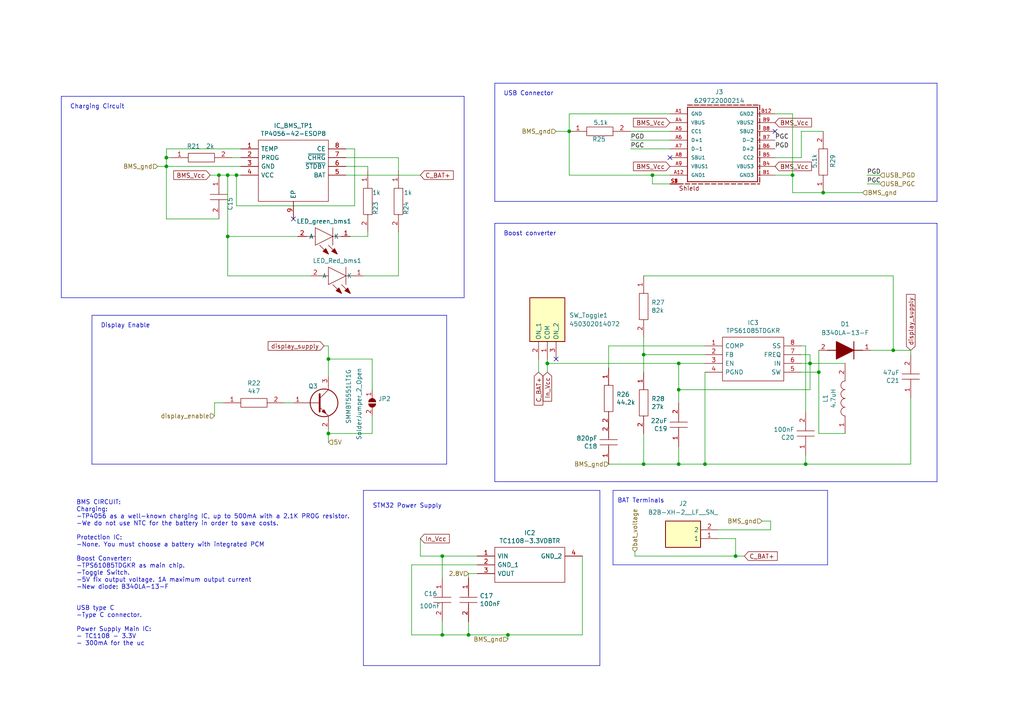
<source format=kicad_sch>
(kicad_sch (version 20231120) (generator "eeschema") (generator_version "8.0")
  (paper "A4")
  (title_block (title "BMS") (date "2024-09-17") (rev "V0.1") (company "Making Devices") (comment 1 "Rubén G.S."))
  (lib_symbols
    (symbol "Jumper:SolderJumper_2_Open" (pin_names (offset 0) hide)
      (property "Reference" "JP" (at 0 2.032 0))
      (property "Value" "SolderJumper_2_Open" (at 0 -2.54 0))
      (symbol "SolderJumper_2_Open_0_1"
        (arc (start -0.254 1.016) (mid -1.2656 0) (end -0.254 -1.016))
        (arc (start -0.254 1.016) (mid -1.2656 0) (end -0.254 -1.016) (fill (type outline)))
        (polyline (pts (xy -0.254 1.016) (xy -0.254 -1.016)))
        (polyline (pts (xy 0.254 1.016) (xy 0.254 -1.016)))
        (arc (start 0.254 -1.016) (mid 1.2656 0) (end 0.254 1.016))
        (arc (start 0.254 -1.016) (mid 1.2656 0) (end 0.254 1.016) (fill (type outline)))
      )
      (symbol "SolderJumper_2_Open_1_1"
        (pin passive line (at -3.81 0 0) (length 2.54) (name "A") (number "1"))
        (pin passive line (at 3.81 0 180) (length 2.54) (name "B") (number "2"))
      )
    )
    (symbol "Library_Loader:C0805C475M8RACTU" (pin_names (offset 0.762))
      (property "Reference" "C" (at 8.89 6.35 0))
      (property "Value" "C0805C475M8RACTU" (at 8.89 3.81 0))
      (symbol "C0805C475M8RACTU_0_0"
        (pin passive line (at 0 0 0) (length 5.08) (name "~") (number "1"))
        (pin passive line (at 12.7 0 180) (length 5.08) (name "~") (number "2"))
      )
      (symbol "C0805C475M8RACTU_0_1"
        (polyline (pts (xy 5.08 0) (xy 5.588 0)) (stroke (width 0.1524)))
        (polyline (pts (xy 5.588 2.54) (xy 5.588 -2.54)) (stroke (width 0.1524)))
        (polyline (pts (xy 7.112 0) (xy 7.62 0)) (stroke (width 0.1524)))
        (polyline (pts (xy 7.112 2.54) (xy 7.112 -2.54)) (stroke (width 0.1524)))
      )
    )
    (symbol "Library_Loader:ERJP6WF1303V" (pin_names (offset 0.762))
      (property "Reference" "R" (at 13.97 6.35 0))
      (property "Value" "ERJP6WF1303V" (at 13.97 3.81 0))
      (symbol "ERJP6WF1303V_0_0"
        (pin passive line (at 0 0 0) (length 5.08) (name "~") (number "1"))
        (pin passive line (at 17.78 0 180) (length 5.08) (name "~") (number "2"))
      )
      (symbol "ERJP6WF1303V_0_1"
        (polyline (pts (xy 5.08 1.27) (xy 12.7 1.27) (xy 12.7 -1.27) (xy 5.08 -1.27) (xy 5.08 1.27)) (stroke (width 0.1524)))
      )
    )
    (symbol "Library_Loader:SRN6045-4R7Y" (pin_names (offset 0.762))
      (property "Reference" "L" (at 16.51 6.35 0))
      (property "Value" "SRN6045-4R7Y" (at 16.51 3.81 0))
      (symbol "SRN6045-4R7Y_0_0"
        (pin passive line (at 0 0 0) (length 5.08) (name "~") (number "1"))
        (pin passive line (at 20.32 0 180) (length 5.08) (name "~") (number "2"))
      )
      (symbol "SRN6045-4R7Y_0_1"
        (arc (start 7.62 0) (mid 6.35 1.2202) (end 5.08 0) (stroke (width 0.1524)))
        (arc (start 10.16 0) (mid 8.89 1.2202) (end 7.62 0) (stroke (width 0.1524)))
        (arc (start 12.7 0) (mid 11.43 1.2202) (end 10.16 0) (stroke (width 0.1524)))
        (arc (start 15.24 0) (mid 13.97 1.2202) (end 12.7 0) (stroke (width 0.1524)))
      )
    )
    (symbol "Library_Loader:TC1108-3.3VDBTR" (pin_names (offset 0.762))
      (property "Reference" "IC" (at 26.67 7.62 0))
      (property "Value" "Library_Loader_TC1108-3.3VDBTR" (at 26.67 5.08 0))
      (symbol "TC1108-3.3VDBTR_0_0"
        (pin passive line (at 0 0 0) (length 5.08) (name "VIN") (number "1"))
        (pin passive line (at 0 -2.54 0) (length 5.08) (name "GND_1") (number "2"))
        (pin passive line (at 0 -5.08 0) (length 5.08) (name "VOUT") (number "3"))
        (pin passive line (at 30.48 0 180) (length 5.08) (name "GND_2") (number "4"))
      )
      (symbol "TC1108-3.3VDBTR_0_1"
        (polyline (pts (xy 5.08 2.54) (xy 25.4 2.54) (xy 25.4 -7.62) (xy 5.08 -7.62) (xy 5.08 2.54)) (stroke (width 0.1524)))
      )
    )
    (symbol "Library_Loader:TPS61085TDGKR" (pin_names (offset 0.762))
      (property "Reference" "IC" (at 24.13 7.62 0))
      (property "Value" "TPS61085TDGKR" (at 24.13 5.08 0))
      (symbol "TPS61085TDGKR_0_0"
        (pin passive line (at 0 0 0) (length 5.08) (name "COMP") (number "1"))
        (pin passive line (at 0 -2.54 0) (length 5.08) (name "FB") (number "2"))
        (pin passive line (at 0 -5.08 0) (length 5.08) (name "EN") (number "3"))
        (pin passive line (at 0 -7.62 0) (length 5.08) (name "PGND") (number "4"))
        (pin passive line (at 27.94 -7.62 180) (length 5.08) (name "SW") (number "5"))
        (pin passive line (at 27.94 -5.08 180) (length 5.08) (name "IN") (number "6"))
        (pin passive line (at 27.94 -2.54 180) (length 5.08) (name "FREQ") (number "7"))
        (pin passive line (at 27.94 0 180) (length 5.08) (name "SS") (number "8"))
      )
      (symbol "TPS61085TDGKR_0_1"
        (polyline (pts (xy 5.08 2.54) (xy 22.86 2.54) (xy 22.86 -10.16) (xy 5.08 -10.16) (xy 5.08 2.54)) (stroke (width 0.1524)))
      )
    )
    (symbol "PicBytesMicro-rescue:GCG21BR71H154KA01K-SamacSys_Parts" (pin_names (offset 0.762))
      (property "Reference" "C" (at 8.89 6.35 0))
      (property "Value" "GCG21BR71H154KA01K-SamacSys_Parts" (at 8.89 3.81 0))
      (symbol "GCG21BR71H154KA01K-SamacSys_Parts_0_0"
        (pin passive line (at 0 0 0) (length 5.08) (name "~") (number "1"))
        (pin passive line (at 12.7 0 180) (length 5.08) (name "~") (number "2"))
      )
      (symbol "GCG21BR71H154KA01K-SamacSys_Parts_0_1"
        (polyline (pts (xy 5.08 0) (xy 5.588 0)) (stroke (width 0.1524)))
        (polyline (pts (xy 5.588 2.54) (xy 5.588 -2.54)) (stroke (width 0.1524)))
        (polyline (pts (xy 7.112 0) (xy 7.62 0)) (stroke (width 0.1524)))
        (polyline (pts (xy 7.112 2.54) (xy 7.112 -2.54)) (stroke (width 0.1524)))
      )
    )
    (symbol "PicBytesMicro-rescue:KTR10EZPF4220-SamacSys_Parts" (pin_names (offset 0.762))
      (property "Reference" "R" (at 13.97 6.35 0))
      (property "Value" "KTR10EZPF4220-SamacSys_Parts" (at 13.97 3.81 0))
      (symbol "KTR10EZPF4220-SamacSys_Parts_0_0"
        (pin passive line (at 0 0 0) (length 5.08) (name "~") (number "1"))
        (pin passive line (at 17.78 0 180) (length 5.08) (name "~") (number "2"))
      )
      (symbol "KTR10EZPF4220-SamacSys_Parts_0_1"
        (polyline (pts (xy 5.08 1.27) (xy 12.7 1.27) (xy 12.7 -1.27) (xy 5.08 -1.27) (xy 5.08 1.27)) (stroke (width 0.1524)))
      )
    )
    (symbol "PicBytesMicro-rescue:LTST-C171GKT-SamacSys_Parts" (pin_names (offset 0.762))
      (property "Reference" "LED" (at 12.7 8.89 0))
      (property "Value" "LTST-C171GKT-SamacSys_Parts" (at 12.7 6.35 0))
      (symbol "LTST-C171GKT-SamacSys_Parts_0_0"
        (pin passive line (at 0 0 0) (length 2.54) (name "K") (number "1"))
        (pin passive line (at 15.24 0 180) (length 2.54) (name "A") (number "2"))
      )
      (symbol "LTST-C171GKT-SamacSys_Parts_0_1"
        (polyline (pts (xy 2.54 0) (xy 5.08 0)) (stroke (width 0.1524)))
        (polyline (pts (xy 5.08 2.54) (xy 5.08 -2.54)) (stroke (width 0.1524)))
        (polyline (pts (xy 6.35 2.54) (xy 3.81 5.08)) (stroke (width 0.1524)))
        (polyline (pts (xy 8.89 2.54) (xy 6.35 5.08)) (stroke (width 0.1524)))
        (polyline (pts (xy 10.16 0) (xy 12.7 0)) (stroke (width 0.1524)))
        (polyline (pts (xy 5.08 0) (xy 10.16 2.54) (xy 10.16 -2.54) (xy 5.08 0)) (stroke (width 0.1524)))
        (polyline (pts (xy 5.334 4.318) (xy 4.572 3.556) (xy 3.81 5.08) (xy 5.334 4.318)) (stroke (width 0.254)) (fill (type outline)))
        (polyline (pts (xy 7.874 4.318) (xy 7.112 3.556) (xy 6.35 5.08) (xy 7.874 4.318)) (stroke (width 0.254)) (fill (type outline)))
      )
    )
    (symbol "PicBytesMicro-rescue:SMMBT5551LT1G-SamacSys_Parts" (pin_names (offset 0.762))
      (property "Reference" "Q" (at 13.97 1.27 0))
      (property "Value" "SMMBT5551LT1G-SamacSys_Parts" (at 13.97 -1.27 0))
      (symbol "SMMBT5551LT1G-SamacSys_Parts_0_0"
        (pin passive line (at 0 0 0) (length 2.54) (name "~") (number "1"))
        (pin passive line (at 10.16 -7.62 90) (length 2.54) (name "~") (number "2"))
        (pin passive line (at 10.16 7.62 270) (length 2.54) (name "~") (number "3"))
      )
      (symbol "SMMBT5551LT1G-SamacSys_Parts_0_1"
        (polyline (pts (xy 2.54 0) (xy 7.62 0)) (stroke (width 0.1524)))
        (polyline (pts (xy 7.62 -1.27) (xy 10.16 -3.81)) (stroke (width 0.1524)))
        (polyline (pts (xy 7.62 1.27) (xy 10.16 3.81)) (stroke (width 0.1524)))
        (polyline (pts (xy 7.62 2.54) (xy 7.62 -2.54)) (stroke (width 0.508)))
        (polyline (pts (xy 10.16 -3.81) (xy 10.16 -5.08)) (stroke (width 0.1524)))
        (polyline (pts (xy 10.16 3.81) (xy 10.16 5.08)) (stroke (width 0.1524)))
        (polyline (pts (xy 8.382 -2.54) (xy 8.89 -2.032) (xy 9.398 -3.048) (xy 8.382 -2.54)) (stroke (width 0.254)) (fill (type outline)))
        (circle (center 8.89 0) (radius 4.0132) (stroke (width 0.254)))
      )
    )
    (symbol "PicBytesMicro-rescue:TP4056-42-ESOP8-SamacSys_Parts" (pin_names (offset 0.762))
      (property "Reference" "IC" (at 26.67 7.62 0))
      (property "Value" "TP4056-42-ESOP8-SamacSys_Parts" (at 26.67 5.08 0))
      (symbol "TP4056-42-ESOP8-SamacSys_Parts_0_0"
        (pin passive line (at 0 0 0) (length 5.08) (name "TEMP") (number "1"))
        (pin passive line (at 0 -2.54 0) (length 5.08) (name "PROG") (number "2"))
        (pin passive line (at 0 -5.08 0) (length 5.08) (name "GND") (number "3"))
        (pin passive line (at 0 -7.62 0) (length 5.08) (name "VCC") (number "4"))
        (pin passive line (at 30.48 -7.62 180) (length 5.08) (name "BAT") (number "5"))
        (pin passive line (at 30.48 -5.08 180) (length 5.08) (name "~{STDBY}") (number "6"))
        (pin passive line (at 30.48 -2.54 180) (length 5.08) (name "~{CHRG}") (number "7"))
        (pin passive line (at 30.48 0 180) (length 5.08) (name "CE") (number "8"))
        (pin passive line (at 15.24 -20.32 90) (length 5.08) (name "EP") (number "9"))
      )
      (symbol "TP4056-42-ESOP8-SamacSys_Parts_0_1"
        (polyline (pts (xy 5.08 2.54) (xy 25.4 2.54) (xy 25.4 -15.24) (xy 5.08 -15.24) (xy 5.08 2.54)) (stroke (width 0.1524)))
      )
    )
    (symbol "User:450302014072"
      (property "Reference" "S" (at 19.05 7.62 0))
      (property "Value" "450302014072" (at 19.05 5.08 0))
      (symbol "450302014072_1_1"
        (rectangle (start 5.08 2.54) (end 17.78 -7.62) (stroke (width 0.254)) (fill (type background)))
        (pin passive line (at 0 -2.54 0) (length 5.08) (name "COM") (number "1"))
        (pin passive line (at 0 0 0) (length 5.08) (name "ON_1") (number "2"))
        (pin passive line (at 0 -5.08 0) (length 5.08) (name "ON_2") (number "3"))
      )
    )
    (symbol "User:B2B-XH-2__LF__SN_"
      (property "Reference" "J" (at 16.51 7.62 0))
      (property "Value" "B2B-XH-2__LF__SN_" (at 16.51 5.08 0))
      (symbol "B2B-XH-2__LF__SN__1_1"
        (rectangle (start 5.08 2.54) (end 15.24 -5.08) (stroke (width 0.254)) (fill (type background)))
        (pin passive line (at 0 0 0) (length 5.08) (name "1") (number "1"))
        (pin passive line (at 0 -2.54 0) (length 5.08) (name "2") (number "2"))
      )
    )
    (symbol "User:B340LA-13-F" (pin_names hide)
      (property "Reference" "D" (at 11.43 5.08 0))
      (property "Value" "B340LA-13-F" (at 11.43 2.54 0))
      (symbol "B340LA-13-F_1_1"
        (polyline (pts (xy 2.54 0) (xy 5.08 0)) (stroke (width 0.254)))
        (polyline (pts (xy 5.08 2.54) (xy 5.08 -2.54)) (stroke (width 0.254)))
        (polyline (pts (xy 10.16 0) (xy 12.7 0)) (stroke (width 0.254)))
        (polyline (pts (xy 5.08 0) (xy 10.16 2.54) (xy 10.16 -2.54) (xy 5.08 0)) (stroke (width 0.254)) (fill (type outline)))
        (pin passive line (at 0 0 0) (length 2.54) (name "K") (number "1"))
        (pin passive line (at 15.24 0 180) (length 2.54) (name "A") (number "2"))
      )
    )
    (symbol "usb-type-C:629722000214" (pin_names (offset 1.016))
      (property "Reference" "J" (at 0 11.43 0))
      (symbol "629722000214_0_0"
        (polyline (pts (xy -12.7 -12.7) (xy -11.3771 -12.7)) (stroke (width 0.254)))
        (polyline (pts (xy -10.795 -12.7) (xy -9.4721 -12.7)) (stroke (width 0.254)))
        (polyline (pts (xy -10.16 -12.065) (xy -10.16 9.525)) (stroke (width 0.254)))
        (polyline (pts (xy -10.16 9.525) (xy 10.16 9.525)) (stroke (width 0.254)))
        (polyline (pts (xy -10.16 10.16) (xy -8.6995 10.16)) (stroke (width 0.254)))
        (polyline (pts (xy -8.89 -12.7) (xy -7.5671 -12.7)) (stroke (width 0.254)))
        (polyline (pts (xy -8.255 10.16) (xy -6.7945 10.16)) (stroke (width 0.254)))
        (polyline (pts (xy -6.985 -12.7) (xy -5.6621 -12.7)) (stroke (width 0.254)))
        (polyline (pts (xy -6.35 10.16) (xy -4.8895 10.16)) (stroke (width 0.254)))
        (polyline (pts (xy -5.08 -12.7) (xy -3.7571 -12.7)) (stroke (width 0.254)))
        (polyline (pts (xy -4.445 10.16) (xy -2.9845 10.16)) (stroke (width 0.254)))
        (polyline (pts (xy -3.175 -12.7) (xy -1.8521 -12.7)) (stroke (width 0.254)))
        (polyline (pts (xy -2.54 10.16) (xy -1.0795 10.16)) (stroke (width 0.254)))
        (polyline (pts (xy -1.27 -12.7) (xy 0.0529 -12.7)) (stroke (width 0.254)))
        (polyline (pts (xy -0.635 10.16) (xy 0.8255 10.16)) (stroke (width 0.254)))
        (polyline (pts (xy 0.635 -12.7) (xy 1.9579 -12.7)) (stroke (width 0.254)))
        (polyline (pts (xy 1.27 10.16) (xy 2.7305 10.16)) (stroke (width 0.254)))
        (polyline (pts (xy 2.54 -12.7) (xy 3.8629 -12.7)) (stroke (width 0.254)))
        (polyline (pts (xy 3.175 10.16) (xy 4.6355 10.16)) (stroke (width 0.254)))
        (polyline (pts (xy 4.445 -12.7) (xy 5.7679 -12.7)) (stroke (width 0.254)))
        (polyline (pts (xy 5.08 10.16) (xy 6.5405 10.16)) (stroke (width 0.254)))
        (polyline (pts (xy 6.35 -12.7) (xy 7.6729 -12.7)) (stroke (width 0.254)))
        (polyline (pts (xy 6.985 10.16) (xy 8.4455 10.16)) (stroke (width 0.254)))
        (polyline (pts (xy 8.255 -12.7) (xy 9.5779 -12.7)) (stroke (width 0.254)))
        (polyline (pts (xy 8.89 10.16) (xy 10.3505 10.16)) (stroke (width 0.254)))
        (polyline (pts (xy 10.16 -12.7) (xy 10.795 -12.7)) (stroke (width 0.254)))
        (polyline (pts (xy 10.16 -12.065) (xy -10.16 -12.065)) (stroke (width 0.254)))
        (polyline (pts (xy 10.16 9.525) (xy 10.16 -12.065)) (stroke (width 0.254)))
        (polyline (pts (xy 10.795 -10.795) (xy 10.795 -12.2382)) (stroke (width 0.254)))
        (polyline (pts (xy 10.795 -8.89) (xy 10.795 -10.3332)) (stroke (width 0.254)))
        (polyline (pts (xy 10.795 -6.985) (xy 10.795 -8.4282)) (stroke (width 0.254)))
        (polyline (pts (xy 10.795 -5.08) (xy 10.795 -6.5232)) (stroke (width 0.254)))
        (polyline (pts (xy 10.795 -3.175) (xy 10.795 -4.6182)) (stroke (width 0.254)))
        (polyline (pts (xy 10.795 -1.27) (xy 10.795 -2.7132)) (stroke (width 0.254)))
        (polyline (pts (xy 10.795 0.635) (xy 10.795 -0.8082)) (stroke (width 0.254)))
        (polyline (pts (xy 10.795 2.54) (xy 10.795 1.0968)) (stroke (width 0.254)))
        (polyline (pts (xy 10.795 4.445) (xy 10.795 3.0018)) (stroke (width 0.254)))
        (polyline (pts (xy 10.795 6.35) (xy 10.795 4.9068)) (stroke (width 0.254)))
        (polyline (pts (xy 10.795 8.255) (xy 10.795 6.8118)) (stroke (width 0.254)))
        (polyline (pts (xy 10.795 10.16) (xy 10.795 8.7168)) (stroke (width 0.254)))
        (text "Shield" (at -12.7 -14.732 0) (effects (font (size 1.27 1.27)) (justify left bottom)))
        (pin passive line (at -15.24 7.62 0) (length 5.08) (name "GND") (number "A1"))
        (pin passive line (at -15.24 -10.16 0) (length 5.08) (name "GND1") (number "A12"))
        (pin passive line (at -15.24 5.08 0) (length 5.08) (name "VBUS") (number "A4"))
        (pin passive line (at -15.24 2.54 0) (length 5.08) (name "CC1") (number "A5"))
        (pin passive line (at -15.24 0 0) (length 5.08) (name "D+1") (number "A6"))
        (pin passive line (at -15.24 -2.54 0) (length 5.08) (name "D-1") (number "A7"))
        (pin passive line (at -15.24 -5.08 0) (length 5.08) (name "SBU1") (number "A8"))
        (pin passive line (at -15.24 -7.62 0) (length 5.08) (name "VBUS1") (number "A9"))
        (pin passive line (at 15.24 -10.16 180) (length 5.08) (name "GND3") (number "B1"))
        (pin passive line (at 15.24 7.62 180) (length 5.08) (name "GND2") (number "B12"))
        (pin passive line (at 15.24 -7.62 180) (length 5.08) (name "VBUS3") (number "B4"))
        (pin passive line (at 15.24 -5.08 180) (length 5.08) (name "CC2") (number "B5"))
        (pin passive line (at 15.24 -2.54 180) (length 5.08) (name "D+2") (number "B6"))
        (pin passive line (at 15.24 0 180) (length 5.08) (name "D-2") (number "B7"))
        (pin passive line (at 15.24 2.54 180) (length 5.08) (name "SBU2") (number "B8"))
        (pin passive line (at 15.24 5.08 180) (length 5.08) (name "VBUS2") (number "B9"))
        (pin passive line (at -15.24 -12.7 0) (length 2.54) (name "~") (number "S1"))
        (pin passive line (at -15.24 -12.7 0) (length 2.54) (name "~") (number "S2"))
        (pin passive line (at -15.24 -12.7 0) (length 2.54) (name "~") (number "S3"))
        (pin passive line (at -15.24 -12.7 0) (length 2.54) (name "~") (number "S4"))
      )
    )
  )
  (junction (at 165.1 38.1))
  (junction (at 66.04 50.8))
  (junction (at 196.85 134.62))
  (junction (at 233.68 134.62))
  (junction (at 204.47 134.62))
  (junction (at 186.69 102.87))
  (junction (at 196.85 113.03))
  (junction (at 158.75 105.41))
  (junction (at 48.26 45.72))
  (junction (at 135.89 184.15))
  (junction (at 147.32 184.15))
  (junction (at 238.76 55.88))
  (junction (at 234.95 105.41))
  (junction (at 95.25 125.73))
  (junction (at 186.69 134.62))
  (junction (at 237.49 107.95))
  (junction (at 196.85 105.41))
  (junction (at 95.25 104.14))
  (junction (at 213.36 161.29))
  (junction (at 128.27 184.15))
  (junction (at 48.26 48.26))
  (junction (at 63.5 50.8))
  (junction (at 229.87 50.8))
  (junction (at 128.27 161.29))
  (junction (at 68.58 50.8))
  (junction (at 66.04 68.58))
  (junction (at 259.08 101.6))
  (junction (at 189.23 50.8))
  (no_connect (at 161.29 104.14))
  (no_connect (at 194.31 45.72))
  (no_connect (at 224.79 38.1))
  (no_connect (at 85.09 63.5))
  (wire (pts (xy 196.85 113.03) (xy 196.85 105.41)))
  (wire (pts (xy 196.85 116.84) (xy 196.85 113.03)))
  (wire (pts (xy 189.23 50.8) (xy 194.31 50.8)))
  (wire (pts (xy 196.85 129.54) (xy 196.85 134.62)))
  (wire (pts (xy 186.69 80.01) (xy 259.08 80.01)))
  (wire (pts (xy 259.08 101.6) (xy 252.73 101.6)))
  (wire (pts (xy 194.31 53.34) (xy 189.23 53.34)))
  (wire (pts (xy 62.23 116.84) (xy 64.77 116.84)))
  (polyline (pts (xy 143.51 64.77) (xy 143.51 139.7)))
  (wire (pts (xy 86.36 68.58) (xy 66.04 68.58)))
  (wire (pts (xy 48.26 48.26) (xy 45.72 48.26)))
  (wire (pts (xy 186.69 134.62) (xy 196.85 134.62)))
  (wire (pts (xy 229.87 55.88) (xy 229.87 50.8)))
  (wire (pts (xy 196.85 113.03) (xy 234.95 113.03)))
  (wire (pts (xy 233.68 134.62) (xy 264.16 134.62)))
  (wire (pts (xy 189.23 50.8) (xy 165.1 50.8)))
  (wire (pts (xy 232.41 38.1) (xy 238.76 38.1)))
  (wire (pts (xy 224.79 45.72) (xy 232.41 45.72)))
  (wire (pts (xy 176.53 134.62) (xy 186.69 134.62)))
  (polyline (pts (xy 177.8 163.83) (xy 240.03 163.83)))
  (polyline (pts (xy 271.78 139.7) (xy 271.78 64.77)))
  (wire (pts (xy 135.89 184.15) (xy 135.89 180.34)))
  (wire (pts (xy 115.57 80.01) (xy 105.41 80.01)))
  (wire (pts (xy 107.95 113.03) (xy 107.95 104.14)))
  (wire (pts (xy 158.75 105.41) (xy 196.85 105.41)))
  (wire (pts (xy 234.95 105.41) (xy 234.95 113.03)))
  (wire (pts (xy 69.85 43.18) (xy 48.26 43.18)))
  (wire (pts (xy 229.87 55.88) (xy 238.76 55.88)))
  (polyline (pts (xy 173.99 142.24) (xy 173.99 193.04)))
  (wire (pts (xy 158.75 105.41) (xy 158.75 104.14)))
  (wire (pts (xy 95.25 100.33) (xy 93.98 100.33)))
  (wire (pts (xy 135.89 184.15) (xy 147.32 184.15)))
  (wire (pts (xy 95.25 125.73) (xy 95.25 128.27)))
  (wire (pts (xy 100.33 45.72) (xy 115.57 45.72)))
  (polyline (pts (xy 17.78 86.36) (xy 134.62 86.36)))
  (wire (pts (xy 165.1 50.8) (xy 165.1 38.1)))
  (polyline (pts (xy 143.51 139.7) (xy 271.78 139.7)))
  (polyline (pts (xy 271.78 24.13) (xy 271.78 58.42)))
  (wire (pts (xy 233.68 100.33) (xy 232.41 100.33)))
  (wire (pts (xy 233.68 119.38) (xy 233.68 100.33)))
  (wire (pts (xy 115.57 45.72) (xy 115.57 49.53)))
  (wire (pts (xy 121.92 156.21) (xy 121.92 161.29)))
  (polyline (pts (xy 129.54 134.62) (xy 26.67 134.62)))
  (wire (pts (xy 85.09 116.84) (xy 82.55 116.84)))
  (wire (pts (xy 168.91 184.15) (xy 168.91 161.29)))
  (wire (pts (xy 128.27 161.29) (xy 121.92 161.29)))
  (wire (pts (xy 186.69 107.95) (xy 186.69 102.87)))
  (wire (pts (xy 138.43 163.83) (xy 119.38 163.83)))
  (wire (pts (xy 69.85 48.26) (xy 48.26 48.26)))
  (wire (pts (xy 196.85 134.62) (xy 204.47 134.62)))
  (wire (pts (xy 107.95 125.73) (xy 95.25 125.73)))
  (polyline (pts (xy 240.03 142.24) (xy 177.8 142.24)))
  (wire (pts (xy 251.46 53.34) (xy 255.27 53.34)))
  (wire (pts (xy 204.47 134.62) (xy 233.68 134.62)))
  (wire (pts (xy 204.47 102.87) (xy 186.69 102.87)))
  (wire (pts (xy 115.57 67.31) (xy 115.57 80.01)))
  (wire (pts (xy 213.36 161.29) (xy 215.9 161.29)))
  (wire (pts (xy 101.6 68.58) (xy 106.68 68.58)))
  (wire (pts (xy 138.43 166.37) (xy 135.89 166.37)))
  (wire (pts (xy 223.52 153.67) (xy 223.52 151.13)))
  (wire (pts (xy 119.38 163.83) (xy 119.38 184.15)))
  (wire (pts (xy 165.1 33.02) (xy 165.1 38.1)))
  (polyline (pts (xy 271.78 58.42) (xy 143.51 58.42)))
  (wire (pts (xy 119.38 184.15) (xy 128.27 184.15)))
  (wire (pts (xy 128.27 184.15) (xy 135.89 184.15)))
  (wire (pts (xy 176.53 100.33) (xy 176.53 106.68)))
  (wire (pts (xy 128.27 161.29) (xy 128.27 167.64)))
  (wire (pts (xy 182.88 43.18) (xy 194.31 43.18)))
  (wire (pts (xy 106.68 49.53) (xy 106.68 48.26)))
  (wire (pts (xy 251.46 50.8) (xy 255.27 50.8)))
  (wire (pts (xy 95.25 104.14) (xy 95.25 109.22)))
  (wire (pts (xy 63.5 50.8) (xy 60.96 50.8)))
  (wire (pts (xy 106.68 48.26) (xy 100.33 48.26)))
  (wire (pts (xy 176.53 121.92) (xy 176.53 124.46)))
  (wire (pts (xy 66.04 68.58) (xy 66.04 80.01)))
  (wire (pts (xy 165.1 33.02) (xy 194.31 33.02)))
  (polyline (pts (xy 17.78 27.94) (xy 17.78 86.36)))
  (wire (pts (xy 184.15 161.29) (xy 184.15 160.02)))
  (wire (pts (xy 147.32 185.42) (xy 147.32 184.15)))
  (wire (pts (xy 204.47 107.95) (xy 204.47 134.62)))
  (wire (pts (xy 95.25 124.46) (xy 95.25 125.73)))
  (wire (pts (xy 62.23 116.84) (xy 62.23 120.65)))
  (wire (pts (xy 204.47 100.33) (xy 176.53 100.33)))
  (wire (pts (xy 259.08 80.01) (xy 259.08 101.6)))
  (wire (pts (xy 69.85 50.8) (xy 68.58 50.8)))
  (wire (pts (xy 138.43 161.29) (xy 128.27 161.29)))
  (wire (pts (xy 128.27 180.34) (xy 128.27 184.15)))
  (wire (pts (xy 49.53 45.72) (xy 48.26 45.72)))
  (wire (pts (xy 68.58 59.69) (xy 68.58 50.8)))
  (polyline (pts (xy 129.54 91.44) (xy 129.54 134.62)))
  (wire (pts (xy 186.69 97.79) (xy 186.69 102.87)))
  (polyline (pts (xy 26.67 91.44) (xy 129.54 91.44)))
  (wire (pts (xy 48.26 63.5) (xy 48.26 48.26)))
  (wire (pts (xy 135.89 166.37) (xy 135.89 167.64)))
  (polyline (pts (xy 134.62 27.94) (xy 134.62 86.36)))
  (wire (pts (xy 264.16 102.87) (xy 264.16 101.6)))
  (wire (pts (xy 234.95 105.41) (xy 232.41 105.41)))
  (wire (pts (xy 161.29 38.1) (xy 165.1 38.1)))
  (wire (pts (xy 63.5 63.5) (xy 48.26 63.5)))
  (polyline (pts (xy 240.03 163.83) (xy 240.03 142.24)))
  (wire (pts (xy 182.88 38.1) (xy 194.31 38.1)))
  (wire (pts (xy 237.49 107.95) (xy 237.49 101.6)))
  (wire (pts (xy 234.95 102.87) (xy 234.95 105.41)))
  (wire (pts (xy 102.87 59.69) (xy 68.58 59.69)))
  (wire (pts (xy 232.41 107.95) (xy 237.49 107.95)))
  (polyline (pts (xy 105.41 193.04) (xy 173.99 193.04)))
  (wire (pts (xy 196.85 105.41) (xy 204.47 105.41)))
  (wire (pts (xy 213.36 156.21) (xy 213.36 161.29)))
  (wire (pts (xy 66.04 50.8) (xy 63.5 50.8)))
  (polyline (pts (xy 271.78 64.77) (xy 143.51 64.77)))
  (polyline (pts (xy 143.51 24.13) (xy 271.78 24.13)))
  (polyline (pts (xy 173.99 142.24) (xy 105.41 142.24)))
  (wire (pts (xy 107.95 120.65) (xy 107.95 125.73)))
  (wire (pts (xy 264.16 115.57) (xy 264.16 134.62)))
  (wire (pts (xy 208.28 156.21) (xy 213.36 156.21)))
  (wire (pts (xy 95.25 100.33) (xy 95.25 104.14)))
  (wire (pts (xy 237.49 107.95) (xy 237.49 125.73)))
  (wire (pts (xy 220.98 151.13) (xy 223.52 151.13)))
  (wire (pts (xy 66.04 68.58) (xy 66.04 50.8)))
  (polyline (pts (xy 134.62 27.94) (xy 17.78 27.94)))
  (wire (pts (xy 233.68 132.08) (xy 233.68 134.62)))
  (wire (pts (xy 107.95 104.14) (xy 95.25 104.14)))
  (wire (pts (xy 102.87 43.18) (xy 102.87 59.69)))
  (wire (pts (xy 182.88 40.64) (xy 194.31 40.64)))
  (wire (pts (xy 68.58 50.8) (xy 66.04 50.8)))
  (wire (pts (xy 229.87 33.02) (xy 229.87 50.8)))
  (polyline (pts (xy 143.51 58.42) (xy 143.51 24.13)))
  (wire (pts (xy 238.76 55.88) (xy 250.19 55.88)))
  (wire (pts (xy 48.26 43.18) (xy 48.26 45.72)))
  (wire (pts (xy 232.41 102.87) (xy 234.95 102.87)))
  (polyline (pts (xy 26.67 134.62) (xy 26.67 91.44)))
  (wire (pts (xy 67.31 45.72) (xy 69.85 45.72)))
  (wire (pts (xy 158.75 105.41) (xy 158.75 107.95)))
  (wire (pts (xy 264.16 101.6) (xy 259.08 101.6)))
  (wire (pts (xy 224.79 33.02) (xy 229.87 33.02)))
  (wire (pts (xy 232.41 45.72) (xy 232.41 38.1)))
  (wire (pts (xy 237.49 125.73) (xy 245.11 125.73)))
  (polyline (pts (xy 177.8 142.24) (xy 177.8 163.83)))
  (wire (pts (xy 245.11 105.41) (xy 234.95 105.41)))
  (wire (pts (xy 100.33 43.18) (xy 102.87 43.18)))
  (wire (pts (xy 186.69 125.73) (xy 186.69 134.62)))
  (wire (pts (xy 229.87 50.8) (xy 224.79 50.8)))
  (wire (pts (xy 156.21 104.14) (xy 156.21 107.95)))
  (wire (pts (xy 48.26 45.72) (xy 48.26 48.26)))
  (wire (pts (xy 106.68 68.58) (xy 106.68 67.31)))
  (polyline (pts (xy 105.41 142.24) (xy 105.41 193.04)))
  (wire (pts (xy 184.15 161.29) (xy 213.36 161.29)))
  (wire (pts (xy 189.23 53.34) (xy 189.23 50.8)))
  (wire (pts (xy 90.17 80.01) (xy 66.04 80.01)))
  (wire (pts (xy 147.32 184.15) (xy 168.91 184.15)))
  (wire (pts (xy 208.28 153.67) (xy 223.52 153.67)))
  (wire (pts (xy 100.33 50.8) (xy 121.92 50.8)))
  (text "Boost converter" (at 146.05 68.58 0) (effects (font (size 1.27 1.27)) (justify left bottom)))
  (text "BMS CIRCUIT:\nCharging:\n-TP4056 as a well-known charging IC, up to 500mA with a 2.1K PROG resistor.\n-We do not use NTC for the battery in order to save costs.\n\nProtection IC:\n-None. You must choose a battery with integrated PCM\n\nBoost Converter:\n-TPS61085TDGKR as main chip. \n-Toggle Switch.\n-5V fix output voltage. 1A maximum output current \n-New diode: B340LA-13-F\n\n\nUSB type C \n-Type C connector.\n\nPower Supply Main IC:\n- TC1108 - 3.3V\n- 300mA for the uc\n" (at 22.098 187.452 0) (effects (font (size 1.27 1.27)) (justify left bottom)))
  (text "Display Enable" (at 29.21 95.25 0) (effects (font (size 1.27 1.27)) (justify left bottom)))
  (text "USB Connector\n" (at 146.05 27.94 0) (effects (font (size 1.27 1.27)) (justify left bottom)))
  (text "STM32 Power Supply" (at 118.11 146.812 0) (effects (font (size 1.27 1.27))))
  (text "BAT Terminals" (at 179.07 146.05 0) (effects (font (size 1.27 1.27)) (justify left bottom)))
  (text "Charging Circuit" (at 20.32 31.75 0) (effects (font (size 1.27 1.27)) (justify left bottom)))
  (label "PGD" (at 251.46 50.8 0))
  (label "PGD" (at 224.79 43.18 0))
  (label "PGC" (at 251.46 53.34 0))
  (label "PGD" (at 182.88 40.64 0))
  (label "PGC" (at 182.88 43.18 0))
  (label "PGC" (at 224.79 40.64 0))
  (global_label "BMS_Vcc" (shape input) (at 194.31 35.56 180) (property "Intersheetrefs" "${INTERSHEET_REFS}" (effects (hide yes))))
  (global_label "In_Vcc" (shape input) (at 158.75 107.95 270) (property "Intersheetrefs" "${INTERSHEET_REFS}" (effects (hide yes))))
  (global_label "In_Vcc" (shape input) (at 121.92 156.21 0) (property "Intersheetrefs" "${INTERSHEET_REFS}" (effects (hide yes))))
  (global_label "BMS_Vcc" (shape input) (at 224.79 35.56 0) (property "Intersheetrefs" "${INTERSHEET_REFS}" (effects (hide yes))))
  (global_label "BMS_Vcc" (shape input) (at 224.79 48.26 0) (property "Intersheetrefs" "${INTERSHEET_REFS}" (effects (hide yes))))
  (global_label "C_BAT+" (shape input) (at 215.9 161.29 0) (property "Intersheetrefs" "${INTERSHEET_REFS}" (effects (hide yes))))
  (global_label "display_supply" (shape input) (at 264.16 101.6 90) (property "Intersheetrefs" "${INTERSHEET_REFS}" (effects (hide yes))))
  (global_label "C_BAT+" (shape input) (at 121.92 50.8 0) (property "Intersheetrefs" "${INTERSHEET_REFS}" (effects (hide yes))))
  (global_label "display_supply" (shape input) (at 93.98 100.33 180) (property "Intersheetrefs" "${INTERSHEET_REFS}" (effects (hide yes))))
  (global_label "BMS_Vcc" (shape input) (at 194.31 48.26 180) (property "Intersheetrefs" "${INTERSHEET_REFS}" (effects (hide yes))))
  (global_label "BMS_Vcc" (shape input) (at 60.96 50.8 180) (property "Intersheetrefs" "${INTERSHEET_REFS}" (effects (hide yes))))
  (global_label "C_BAT+" (shape input) (at 156.21 107.95 270) (property "Intersheetrefs" "${INTERSHEET_REFS}" (effects (hide yes))))
  (hierarchical_label "BMS_gnd" (shape input) (at 220.98 151.13 180))
  (hierarchical_label "BMS_gnd" (shape input) (at 147.32 185.42 180))
  (hierarchical_label "5V" (shape input) (at 95.25 128.27 0))
  (hierarchical_label "USB_PGC" (shape input) (at 255.27 53.34 0))
  (hierarchical_label "USB_PGD" (shape input) (at 255.27 50.8 0))
  (hierarchical_label "display_enable" (shape input) (at 62.23 120.65 180))
  (hierarchical_label "BMS_gnd" (shape input) (at 161.29 38.1 180))
  (hierarchical_label "bat_voltage" (shape input) (at 184.15 160.02 90))
  (hierarchical_label "2.8V" (shape input) (at 135.89 166.37 180))
  (hierarchical_label "BMS_gnd" (shape input) (at 250.19 55.88 0))
  (hierarchical_label "BMS_gnd" (shape input) (at 45.72 48.26 180))
  (hierarchical_label "BMS_gnd" (shape input) (at 176.53 134.62 180))
  (symbol (lib_id "PicBytesMicro-rescue:TP4056-42-ESOP8-SamacSys_Parts") (at 69.85 43.18 0) (unit 1)
    (property "Reference" "IC_BMS_TP1" (at 85.09 36.449 0))
    (property "Value" "TP4056-42-ESOP8" (at 85.09 38.7604 0))
    (property "Footprint" "SOIC127P600X175-9N" (effects (hide yes)))
    (property "Datasheet" "https://datasheet.lcsc.com/szlcsc/1906261508_Nanjing-Extension-Microelectronics-TP4056-42-ESOP8_C16581.pdf" (effects (hide yes)))
    (property "Description" "PMIC - Battery Management ESOP-8 RoHS" (effects (hide yes)))
    (property "Height" "1.75" (effects (hide yes)))
    (property "Manufacturer_Name" "Nanjing Extension Microelectronics" (effects (hide yes)))
    (property "Manufacturer_Part_Number" "TP4056-42-ESOP8" (effects (hide yes)))
  )
  (symbol (lib_id "PicBytesMicro-rescue:KTR10EZPF4220-SamacSys_Parts") (at 49.53 45.72 0) (unit 1)
    (property "Reference" "R21" (at 56.134 42.418 0))
    (property "Value" "2k" (at 60.96 42.418 0))
    (property "Footprint" "RESC2012X65N" (effects (hide yes)))
    (property "Datasheet" "http://rohmfs.rohm.com/en/products/databook/datasheet/passive/resistor/chip_resistor/ktr.pdf" (effects (hide yes)))
    (property "Description" "ROHM 0805 Resistor Chip" (effects (hide yes)))
    (property "Height" "0.65" (effects (hide yes)))
    (property "Manufacturer_Name" "ROHM Semiconductor" (effects (hide yes)))
    (property "Manufacturer_Part_Number" "KTR10EZPF4220" (effects (hide yes)))
  )
  (symbol (lib_id "PicBytesMicro-rescue:GCG21BR71H154KA01K-SamacSys_Parts") (at 63.5 50.8 270) (unit 1)
    (property "Reference" "C15" (at 66.7512 57.15 0) (effects (justify left)))
    (property "Value" "10uF" (effects (hide yes)))
    (property "Footprint" "CAPC2012X145N" (effects (hide yes)))
    (property "Datasheet" "https://psearch.en.murata.com/capacitor/product/GCG21BR71H154KA01%23.html" (effects (hide yes)))
    (property "Description" "Capacitor L=2.0mm W=1.25mm T=1.25mm" (effects (hide yes)))
    (property "Height" "1.45" (effects (hide yes)))
    (property "Manufacturer_Name" "Murata Electronics" (effects (hide yes)))
    (property "Manufacturer_Part_Number" "GCG21BR71H154KA01K" (effects (hide yes)))
  )
  (symbol (lib_id "PicBytesMicro-rescue:KTR10EZPF4220-SamacSys_Parts") (at 165.1 38.1 0) (unit 1)
    (property "Reference" "R25" (at 173.736 40.386 0))
    (property "Value" "5.1k" (at 174.244 35.56 0))
    (property "Footprint" "RESC2012X65N" (effects (hide yes)))
    (property "Datasheet" "http://rohmfs.rohm.com/en/products/databook/datasheet/passive/resistor/chip_resistor/ktr.pdf" (effects (hide yes)))
    (property "Description" "ROHM 0805 Resistor Chip" (effects (hide yes)))
    (property "Height" "0.65" (effects (hide yes)))
    (property "Manufacturer_Name" "ROHM Semiconductor" (effects (hide yes)))
    (property "Manufacturer_Part_Number" "KTR10EZPF4220" (effects (hide yes)))
  )
  (symbol (lib_id "PicBytesMicro-rescue:KTR10EZPF4220-SamacSys_Parts") (at 106.68 49.53 270) (unit 1)
    (property "Reference" "R23" (at 108.9152 58.42 0) (effects (justify left)))
    (property "Value" "1k" (at 107.95 55.88 90) (effects (justify left)))
    (property "Footprint" "RESC2012X65N" (effects (hide yes)))
    (property "Datasheet" "http://rohmfs.rohm.com/en/products/databook/datasheet/passive/resistor/chip_resistor/ktr.pdf" (effects (hide yes)))
    (property "Description" "ROHM 0805 Resistor Chip" (effects (hide yes)))
    (property "Height" "0.65" (effects (hide yes)))
    (property "Manufacturer_Name" "ROHM Semiconductor" (effects (hide yes)))
    (property "Manufacturer_Part_Number" "KTR10EZPF4220" (effects (hide yes)))
  )
  (symbol (lib_id "PicBytesMicro-rescue:KTR10EZPF4220-SamacSys_Parts") (at 115.57 49.53 270) (unit 1)
    (property "Reference" "R24" (at 117.8052 58.42 0) (effects (justify left)))
    (property "Value" "1k" (at 117.094 55.88 90) (effects (justify left)))
    (property "Footprint" "RESC2012X65N" (effects (hide yes)))
    (property "Datasheet" "http://rohmfs.rohm.com/en/products/databook/datasheet/passive/resistor/chip_resistor/ktr.pdf" (effects (hide yes)))
    (property "Description" "ROHM 0805 Resistor Chip" (effects (hide yes)))
    (property "Height" "0.65" (effects (hide yes)))
    (property "Manufacturer_Name" "ROHM Semiconductor" (effects (hide yes)))
    (property "Manufacturer_Part_Number" "KTR10EZPF4220" (effects (hide yes)))
  )
  (symbol (lib_id "PicBytesMicro-rescue:LTST-C171GKT-SamacSys_Parts") (at 101.6 68.58 180) (unit 1)
    (property "Reference" "LED_green_bms1" (at 93.98 64.1858 0))
    (property "Value" "LTST-C171GKT" (effects (hide yes)))
    (property "Footprint" "LEDC2012X90N" (effects (hide yes)))
    (property "Datasheet" "http://uk.rs-online.com/web/p/products/6920935P" (effects (hide yes)))
    (property "Description" "Lite-On LTST-C171GKT, CHIPLED 0805 569 nm Green LED, 2012 (0805) SMD package" (effects (hide yes)))
    (property "Height" "0.9" (effects (hide yes)))
    (property "RS Part Number" "6920935P" (effects (hide yes)))
    (property "RS Price/Stock" "http://uk.rs-online.com/web/p/products/6920935P" (effects (hide yes)))
    (property "Manufacturer_Name" "Lite-On" (effects (hide yes)))
    (property "Manufacturer_Part_Number" "LTST-C171GKT" (effects (hide yes)))
  )
  (symbol (lib_id "PicBytesMicro-rescue:LTST-C171GKT-SamacSys_Parts") (at 105.41 80.01 180) (unit 1)
    (property "Reference" "LED_Red_bms1" (at 97.79 75.6158 0))
    (property "Value" "LTST-C171GKT" (effects (hide yes)))
    (property "Footprint" "LEDC2012X90N" (effects (hide yes)))
    (property "Datasheet" "http://uk.rs-online.com/web/p/products/6920935P" (effects (hide yes)))
    (property "Description" "Lite-On LTST-C171GKT, CHIPLED 0805 569 nm Green LED, 2012 (0805) SMD package" (effects (hide yes)))
    (property "Height" "0.9" (effects (hide yes)))
    (property "RS Part Number" "6920935P" (effects (hide yes)))
    (property "RS Price/Stock" "http://uk.rs-online.com/web/p/products/6920935P" (effects (hide yes)))
    (property "Manufacturer_Name" "Lite-On" (effects (hide yes)))
    (property "Manufacturer_Part_Number" "LTST-C171GKT" (effects (hide yes)))
  )
  (symbol (lib_id "usb-type-C:629722000214") (at 209.55 40.64 0) (unit 1)
    (property "Reference" "J3" (at 208.5975 26.67 0))
    (property "Value" "629722000214" (at 208.5975 29.21 0))
    (property "Footprint" "usb-c:629722000214" (effects (hide yes)))
    (property "INTERFACE-TYPE" "Type C" (effects (hide yes)))
    (property "MF" "Würth Elektronik" (effects (hide yes)))
    (property "Description_1" "\n                        \n                            USB CONN, 2.0 TYPE C, R/A RCPT, 16P, SMT;\n                        \n" (effects (hide yes)))
    (property "Package" "None" (effects (hide yes)))
    (property "MOUNT" "SMT" (effects (hide yes)))
    (property "IR" "5A" (effects (hide yes)))
    (property "Check_prices" "https://www.snapeda.com/parts/629722000214/Wurth+Elektronik/view-part/?ref=eda" (effects (hide yes)))
    (property "VALUE" "629722000214" (effects (hide yes)))
    (property "Price" "None" (effects (hide yes)))
    (property "PACKAGING" "Tape and Reel" (effects (hide yes)))
    (property "APPLICATION" "USB 2.0" (effects (hide yes)))
    (property "PART-NUMBER" "629722000214" (effects (hide yes)))
    (property "SnapEDA_Link" "https://www.snapeda.com/parts/629722000214/Wurth+Elektronik/view-part/?ref=snap" (effects (hide yes)))
    (property "DATASHEET-URL" "https://www.we-online.com/redexpert/spec/629722000214?ae" (effects (hide yes)))
    (property "MP" "629722000214" (effects (hide yes)))
    (property "WORKING-VOLTAGE" "20V(AC)" (effects (hide yes)))
    (property "PINS" "16" (effects (hide yes)))
    (property "TYPE" "Horizontal" (effects (hide yes)))
    (property "GERDER" "Receptacle" (effects (hide yes)))
    (property "Availability" "Not in stock" (effects (hide yes)))
  )
  (symbol (lib_id "Library_Loader:ERJP6WF1303V") (at 176.53 106.68 270) (unit 1)
    (property "Reference" "R26" (at 178.7652 114.4016 90) (effects (justify left)))
    (property "Value" "44.2k" (at 178.7652 116.713 90) (effects (justify left)))
    (property "Footprint" "RESC2012X75N" (effects (hide yes)))
    (property "Datasheet" "http://uk.rs-online.com/web/p/products/7708607P" (effects (hide yes)))
    (property "Description" "Panasonic ERJP6W Series Thick Film Surface Mount Fixed Resistor 0805 Case 130k +/-1% 0.5W +/-200ppm/C" (effects (hide yes)))
    (property "Height" "0.75" (effects (hide yes)))
    (property "RS Part Number" "7708607P" (effects (hide yes)))
    (property "RS Price/Stock" "http://uk.rs-online.com/web/p/products/7708607P" (effects (hide yes)))
    (property "Manufacturer_Name" "Panasonic" (effects (hide yes)))
    (property "Manufacturer_Part_Number" "ERJP6WF1303V" (effects (hide yes)))
    (instances (project "PicBytesMicro" (path "" (reference "R26") (unit 1))) (project "SolarCharger" (path "" (reference "R?") (unit 1))))
  )
  (symbol (lib_id "Library_Loader:ERJP6WF1303V") (at 186.69 107.95 270) (unit 1)
    (property "Reference" "R28" (at 188.9252 115.6716 90) (effects (justify left)))
    (property "Value" "27k" (at 188.9252 117.983 90) (effects (justify left)))
    (property "Footprint" "RESC2012X75N" (effects (hide yes)))
    (property "Datasheet" "http://uk.rs-online.com/web/p/products/7708607P" (effects (hide yes)))
    (property "Description" "Panasonic ERJP6W Series Thick Film Surface Mount Fixed Resistor 0805 Case 130k +/-1% 0.5W +/-200ppm/C" (effects (hide yes)))
    (property "Height" "0.75" (effects (hide yes)))
    (property "RS Part Number" "7708607P" (effects (hide yes)))
    (property "RS Price/Stock" "http://uk.rs-online.com/web/p/products/7708607P" (effects (hide yes)))
    (property "Manufacturer_Name" "Panasonic" (effects (hide yes)))
    (property "Manufacturer_Part_Number" "ERJP6WF1303V" (effects (hide yes)))
    (instances (project "PicBytesMicro" (path "" (reference "R28") (unit 1))) (project "SolarCharger" (path "" (reference "R?") (unit 1))))
  )
  (symbol (lib_id "Library_Loader:C0805C475M8RACTU") (at 233.68 132.08 90) (unit 1)
    (property "Reference" "C20" (at 230.4288 126.8984 90) (effects (justify left)))
    (property "Value" "100nF" (at 230.4288 124.587 90) (effects (justify left)))
    (property "Footprint" "CAPC2012X140N" (effects (hide yes)))
    (property "Datasheet" "https://datasheet.datasheetarchive.com/originals/distributors/Datasheets-DGA8/2444426.pdf" (effects (hide yes)))
    (property "Description" "Cap Ceramic 4.7uF 10V X7R 20% Pad SMD 0805 125C T/R" (effects (hide yes)))
    (property "Height" "1.4" (effects (hide yes)))
    (property "Manufacturer_Name" "Kemet" (effects (hide yes)))
    (property "Manufacturer_Part_Number" "C0805C475M8RACTU" (effects (hide yes)))
    (instances (project "PicBytesMicro" (path "" (reference "C20") (unit 1))) (project "SolarCharger" (path "" (reference "C?") (unit 1))))
  )
  (symbol (lib_id "Library_Loader:TC1108-3.3VDBTR") (at 138.43 161.29 0) (unit 1)
    (property "Reference" "IC2" (at 153.67 154.559 0))
    (property "Value" "TC1108-3.3VDBTR" (at 153.67 156.8704 0))
    (property "Footprint" "SOT230P700X180-4N" (effects (hide yes)))
    (property "Datasheet" "http://uk.rs-online.com/web/p/products/8234309P" (effects (hide yes)))
    (property "Description" "Microchip TC1108-3.3VDBTR, LDO Voltage Regulator, 300mA, 3.3 V +/-0.5%, 2.7  6 Vin, 3-Pin SOT-223" (effects (hide yes)))
    (property "Height" "1.8" (effects (hide yes)))
    (property "RS Part Number" "8234309P" (effects (hide yes)))
    (property "RS Price/Stock" "http://uk.rs-online.com/web/p/products/8234309P" (effects (hide yes)))
    (property "Manufacturer_Name" "Microchip" (effects (hide yes)))
    (property "Manufacturer_Part_Number" "TC1108-3.3VDBTR" (effects (hide yes)))
    (property "Allied_Number" "70451504" (effects (hide yes)))
  )
  (symbol (lib_id "PicBytesMicro-rescue:SMMBT5551LT1G-SamacSys_Parts") (at 85.09 116.84 0) (unit 1)
    (property "Reference" "Q3" (at 89.408 112.014 0) (effects (justify left)))
    (property "Value" "SMMBT5551LT1G" (at 101.092 122.936 90) (effects (justify left)))
    (property "Footprint" "SOT96P237X111-3N" (effects (hide yes)))
    (property "Datasheet" "http://uk.rs-online.com/web/p/products/1841498P" (effects (hide yes)))
    (property "Description" "NPN Bipolar Transistor, 600 mA 160 V, 3-pin SOT-23" (effects (hide yes)))
    (property "Height" "1.11" (effects (hide yes)))
    (property "RS Part Number" "1841498P" (effects (hide yes)))
    (property "RS Price/Stock" "http://uk.rs-online.com/web/p/products/1841498P" (effects (hide yes)))
    (property "Manufacturer_Name" "ON Semiconductor" (effects (hide yes)))
    (property "Manufacturer_Part_Number" "SMMBT5551LT1G" (effects (hide yes)))
    (property "Allied_Number" "70300580" (effects (hide yes)))
  )
  (symbol (lib_id "PicBytesMicro-rescue:KTR10EZPF4220-SamacSys_Parts") (at 238.76 55.88 90) (unit 1)
    (property "Reference" "R29" (at 241.554 46.736 0))
    (property "Value" "5.1k" (at 236.22 46.736 0))
    (property "Footprint" "RESC2012X65N" (effects (hide yes)))
    (property "Datasheet" "http://rohmfs.rohm.com/en/products/databook/datasheet/passive/resistor/chip_resistor/ktr.pdf" (effects (hide yes)))
    (property "Description" "ROHM 0805 Resistor Chip" (effects (hide yes)))
    (property "Height" "0.65" (effects (hide yes)))
    (property "Manufacturer_Name" "ROHM Semiconductor" (effects (hide yes)))
    (property "Manufacturer_Part_Number" "KTR10EZPF4220" (effects (hide yes)))
  )
  (symbol (lib_id "Library_Loader:ERJP6WF1303V") (at 186.69 80.01 270) (unit 1)
    (property "Reference" "R27" (at 188.9252 87.7316 90) (effects (justify left)))
    (property "Value" "82k" (at 188.9252 90.043 90) (effects (justify left)))
    (property "Footprint" "RESC2012X75N" (effects (hide yes)))
    (property "Datasheet" "http://uk.rs-online.com/web/p/products/7708607P" (effects (hide yes)))
    (property "Description" "Panasonic ERJP6W Series Thick Film Surface Mount Fixed Resistor 0805 Case 130k +/-1% 0.5W +/-200ppm/C" (effects (hide yes)))
    (property "Height" "0.75" (effects (hide yes)))
    (property "RS Part Number" "7708607P" (effects (hide yes)))
    (property "RS Price/Stock" "http://uk.rs-online.com/web/p/products/7708607P" (effects (hide yes)))
    (property "Manufacturer_Name" "Panasonic" (effects (hide yes)))
    (property "Manufacturer_Part_Number" "ERJP6WF1303V" (effects (hide yes)))
    (instances (project "PicBytesMicro" (path "" (reference "R27") (unit 1))) (project "SolarCharger" (path "" (reference "R?") (unit 1))))
  )
  (symbol (lib_id "Jumper:SolderJumper_2_Open") (at 107.95 116.84 270) (unit 1)
    (property "Reference" "JP2" (at 109.6772 115.6716 90) (effects (justify left)))
    (property "Value" "SolderJumper_2_Open" (at 104.14 106.68 0) (effects (justify left)))
    (property "Footprint" "Jumper:SolderJumper-2_P1.3mm_Open_RoundedPad1.0x1.5mm" (effects (hide yes)))
  )
  (symbol (lib_id "PicBytesMicro-rescue:KTR10EZPF4220-SamacSys_Parts") (at 64.77 116.84 0) (unit 1)
    (property "Reference" "R22" (at 73.66 111.125 0))
    (property "Value" "4k7" (at 73.66 113.4364 0))
    (property "Footprint" "RESC2012X65N" (effects (hide yes)))
    (property "Datasheet" "http://rohmfs.rohm.com/en/products/databook/datasheet/passive/resistor/chip_resistor/ktr.pdf" (effects (hide yes)))
    (property "Description" "ROHM 0805 Resistor Chip" (effects (hide yes)))
    (property "Height" "0.65" (effects (hide yes)))
    (property "Manufacturer_Name" "ROHM Semiconductor" (effects (hide yes)))
    (property "Manufacturer_Part_Number" "KTR10EZPF4220" (effects (hide yes)))
  )
  (symbol (lib_id "User:B340LA-13-F") (at 252.73 101.6 180) (unit 1)
    (property "Reference" "D1" (at 245.11 93.98 0))
    (property "Value" "B340LA-13-F" (at 245.11 96.52 0))
    (property "Footprint" "DIOM5226X240N" (effects (hide yes)))
    (property "Description" "Diodes Inc B340LA-13-F, SMT Schottky Diode, 40V 3A, 2-Pin DO-214AC" (effects (hide yes)))
    (property "Height" "2.4" (effects (hide yes)))
    (property "Mouser Part Number" "621-B340LA-F" (effects (hide yes)))
    (property "Mouser Price/Stock" "https://www.mouser.co.uk/ProductDetail/Diodes-Incorporated/B340LA-13-F?qs=dU8xVB810ithG3OzkYQiSg%3D%3D" (effects (hide yes)))
    (property "Manufacturer_Name" "Diodes Incorporated" (effects (hide yes)))
    (property "Manufacturer_Part_Number" "B340LA-13-F" (effects (hide yes)))
  )
  (symbol (lib_id "Library_Loader:SRN6045-4R7Y") (at 245.11 125.73 90) (unit 1)
    (property "Reference" "L1" (at 239.395 115.57 0))
    (property "Value" "4.7uH" (at 241.7064 115.57 0))
    (property "Footprint" "SRN6045_1" (effects (hide yes)))
    (property "Datasheet" "https://www.bourns.com/data/global/pdfs/SRN6045.pdf" (effects (hide yes)))
    (property "Description" "Power Inductor semi-shielded SMD 4.7uH Bourns SRN6045 Series Shielded Wire-wound SMD Inductor with a Ferrite Core, 4.7 uH +/-30% 4A Idc" (effects (hide yes)))
    (property "Mouser Part Number" "652-SRN6045-4R7Y" (effects (hide yes)))
    (property "Mouser Price/Stock" "https://www.mouser.co.uk/ProductDetail/Bourns/SRN6045-4R7Y?qs=opBjA1TV902tB4tumIiZhg%3D%3D" (effects (hide yes)))
    (property "Manufacturer_Name" "Bourns" (effects (hide yes)))
    (property "Manufacturer_Part_Number" "SRN6045-4R7Y" (effects (hide yes)))
    (instances (project "PicBytesMicro" (path "" (reference "L1") (unit 1))) (project "SolarCharger" (path "" (reference "L?") (unit 1))))
  )
  (symbol (lib_id "Library_Loader:C0805C475M8RACTU") (at 264.16 115.57 90) (unit 1)
    (property "Reference" "C21" (at 260.9088 110.3884 90) (effects (justify left)))
    (property "Value" "47uF" (at 260.9088 108.077 90) (effects (justify left)))
    (property "Footprint" "CAPC2012X140N" (effects (hide yes)))
    (property "Datasheet" "https://datasheet.datasheetarchive.com/originals/distributors/Datasheets-DGA8/2444426.pdf" (effects (hide yes)))
    (property "Description" "Cap Ceramic 4.7uF 10V X7R 20% Pad SMD 0805 125C T/R" (effects (hide yes)))
    (property "Height" "1.4" (effects (hide yes)))
    (property "Manufacturer_Name" "Kemet" (effects (hide yes)))
    (property "Manufacturer_Part_Number" "C0805C475M8RACTU" (effects (hide yes)))
    (instances (project "PicBytesMicro" (path "" (reference "C21") (unit 1))) (project "SolarCharger" (path "" (reference "C?") (unit 1))))
  )
  (symbol (lib_id "Library_Loader:C0805C475M8RACTU") (at 196.85 129.54 90) (unit 1)
    (property "Reference" "C19" (at 193.5988 124.3584 90) (effects (justify left)))
    (property "Value" "22uF" (at 193.5988 122.047 90) (effects (justify left)))
    (property "Footprint" "CAPC2012X140N" (effects (hide yes)))
    (property "Datasheet" "https://datasheet.datasheetarchive.com/originals/distributors/Datasheets-DGA8/2444426.pdf" (effects (hide yes)))
    (property "Description" "Cap Ceramic 4.7uF 10V X7R 20% Pad SMD 0805 125C T/R" (effects (hide yes)))
    (property "Height" "1.4" (effects (hide yes)))
    (property "Manufacturer_Name" "Kemet" (effects (hide yes)))
    (property "Manufacturer_Part_Number" "C0805C475M8RACTU" (effects (hide yes)))
    (instances (project "PicBytesMicro" (path "" (reference "C19") (unit 1))) (project "SolarCharger" (path "" (reference "C?") (unit 1))))
  )
  (symbol (lib_id "User:450302014072") (at 156.21 104.14 90) (unit 1)
    (property "Reference" "SW_Toggle1" (at 165.1 91.4399 90) (effects (justify right)))
    (property "Value" "450302014072" (at 165.1 93.9799 90) (effects (justify right)))
    (property "Footprint" "450302014072" (effects (hide yes)))
    (property "Description" "Through Hole Slide Switch SPDT On-On 100 mA@ 42 V dc Slide" (effects (hide yes)))
    (property "Mouser Part Number" "710-450302014072" (effects (hide yes)))
    (property "Mouser Price/Stock" "https://www.mouser.co.uk/ProductDetail/Wurth-Elektronik/450302014072?qs=wr8lucFkNMU6apkTwV1tMg%3D%3D" (effects (hide yes)))
    (property "Manufacturer_Name" "Wurth Elektronik" (effects (hide yes)))
    (property "Manufacturer_Part_Number" "450302014072" (effects (hide yes)))
  )
  (symbol (lib_id "Library_Loader:TPS61085TDGKR") (at 204.47 100.33 0) (unit 1)
    (property "Reference" "IC3" (at 218.44 93.599 0))
    (property "Value" "TPS61085TDGKR" (at 218.44 95.9104 0))
    (property "Footprint" "SOP65P490X110-8N" (effects (hide yes)))
    (property "Datasheet" "http://www.ti.com/lit/gpn/tps61085t" (effects (hide yes)))
    (property "Description" "18.5V, 2A, 650kHz, 1.2MHz Step-Up DC-DC Converter with Forced PWM Mode (extended temp range)" (effects (hide yes)))
    (property "Height" "1.1" (effects (hide yes)))
    (property "Mouser Part Number" "595-TPS61085TDGKR" (effects (hide yes)))
    (property "Mouser Price/Stock" "https://www.mouser.co.uk/ProductDetail/Texas-Instruments/TPS61085TDGKR?qs=%2Fqzd9s%252BcLd4U2Z7ineHARw%3D%3D" (effects (hide yes)))
    (property "Manufacturer_Name" "Texas Instruments" (effects (hide yes)))
    (property "Manufacturer_Part_Number" "TPS61085TDGKR" (effects (hide yes)))
    (instances (project "PicBytesMicro" (path "" (reference "IC3") (unit 1))) (project "SolarCharger" (path "" (reference "IC?") (unit 1))))
  )
  (symbol (lib_id "Library_Loader:C0805C475M8RACTU") (at 176.53 134.62 90) (unit 1)
    (property "Reference" "C18" (at 173.2788 129.4384 90) (effects (justify left)))
    (property "Value" "820pF" (at 173.2788 127.127 90) (effects (justify left)))
    (property "Footprint" "CAPC2012X140N" (effects (hide yes)))
    (property "Datasheet" "https://datasheet.datasheetarchive.com/originals/distributors/Datasheets-DGA8/2444426.pdf" (effects (hide yes)))
    (property "Description" "Cap Ceramic 4.7uF 10V X7R 20% Pad SMD 0805 125C T/R" (effects (hide yes)))
    (property "Height" "1.4" (effects (hide yes)))
    (property "Manufacturer_Name" "Kemet" (effects (hide yes)))
    (property "Manufacturer_Part_Number" "C0805C475M8RACTU" (effects (hide yes)))
    (instances (project "PicBytesMicro" (path "" (reference "C18") (unit 1))) (project "SolarCharger" (path "" (reference "C?") (unit 1))))
  )
  (symbol (lib_id "Library_Loader:C0805C475M8RACTU") (at 128.27 167.64 270) (unit 1)
    (property "Reference" "C16" (at 122.936 172.212 90) (effects (justify left)))
    (property "Value" "100nF" (at 121.666 175.768 90) (effects (justify left)))
    (property "Footprint" "CAPC2012X140N" (effects (hide yes)))
    (property "Datasheet" "https://datasheet.datasheetarchive.com/originals/distributors/Datasheets-DGA8/2444426.pdf" (effects (hide yes)))
    (property "Description" "Cap Ceramic 4.7uF 10V X7R 20% Pad SMD 0805 125C T/R" (effects (hide yes)))
    (property "Height" "1.4" (effects (hide yes)))
    (property "Manufacturer_Name" "Kemet" (effects (hide yes)))
    (property "Manufacturer_Part_Number" "C0805C475M8RACTU" (effects (hide yes)))
  )
  (symbol (lib_id "Library_Loader:C0805C475M8RACTU") (at 135.89 167.64 270) (unit 1)
    (property "Reference" "C17" (at 139.1412 172.8216 90) (effects (justify left)))
    (property "Value" "100nF" (at 139.1412 175.133 90) (effects (justify left)))
    (property "Footprint" "CAPC2012X140N" (effects (hide yes)))
    (property "Datasheet" "https://datasheet.datasheetarchive.com/originals/distributors/Datasheets-DGA8/2444426.pdf" (effects (hide yes)))
    (property "Description" "Cap Ceramic 4.7uF 10V X7R 20% Pad SMD 0805 125C T/R" (effects (hide yes)))
    (property "Height" "1.4" (effects (hide yes)))
    (property "Manufacturer_Name" "Kemet" (effects (hide yes)))
    (property "Manufacturer_Part_Number" "C0805C475M8RACTU" (effects (hide yes)))
  )
  (symbol (lib_id "User:B2B-XH-2__LF__SN_") (at 208.28 156.21 180) (unit 1)
    (property "Reference" "J2" (at 198.12 146.05 0))
    (property "Value" "B2B-XH-2__LF__SN_" (at 198.12 148.59 0))
    (property "Footprint" "B2BXH2LFSN" (effects (hide yes)))
    (property "Datasheet" "http://uk.rs-online.com/web/p/products/1755297" (effects (hide yes)))
    (property "Description" "JST XH B2B, 2 Way, 1 Row, Straight PCB Header" (effects (hide yes)))
    (property "Height" "7" (effects (hide yes)))
    (property "Manufacturer_Name" "JST (JAPAN SOLDERLESS TERMINALS)" (effects (hide yes)))
    (property "Manufacturer_Part_Number" "B2B-XH-2 (LF)(SN)" (effects (hide yes)))
    (property "Arrow Part Number" "B2B-XH-2 (LF)(SN)" (effects (hide yes)))
    (property "Arrow Price/Stock" "https://www.arrow.com/en/products/b2b-xh-2-lf-sn/jst-manufacturing?region=europe" (effects (hide yes)))
  )
)
</source>
